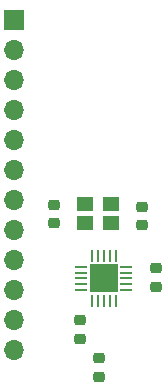
<source format=gbr>
%TF.GenerationSoftware,KiCad,Pcbnew,8.0.4*%
%TF.CreationDate,2024-10-29T17:12:26-05:00*%
%TF.ProjectId,smd_breadboard,736d645f-6272-4656-9164-626f6172642e,rev?*%
%TF.SameCoordinates,Original*%
%TF.FileFunction,Soldermask,Top*%
%TF.FilePolarity,Negative*%
%FSLAX46Y46*%
G04 Gerber Fmt 4.6, Leading zero omitted, Abs format (unit mm)*
G04 Created by KiCad (PCBNEW 8.0.4) date 2024-10-29 17:12:26*
%MOMM*%
%LPD*%
G01*
G04 APERTURE LIST*
G04 Aperture macros list*
%AMRoundRect*
0 Rectangle with rounded corners*
0 $1 Rounding radius*
0 $2 $3 $4 $5 $6 $7 $8 $9 X,Y pos of 4 corners*
0 Add a 4 corners polygon primitive as box body*
4,1,4,$2,$3,$4,$5,$6,$7,$8,$9,$2,$3,0*
0 Add four circle primitives for the rounded corners*
1,1,$1+$1,$2,$3*
1,1,$1+$1,$4,$5*
1,1,$1+$1,$6,$7*
1,1,$1+$1,$8,$9*
0 Add four rect primitives between the rounded corners*
20,1,$1+$1,$2,$3,$4,$5,0*
20,1,$1+$1,$4,$5,$6,$7,0*
20,1,$1+$1,$6,$7,$8,$9,0*
20,1,$1+$1,$8,$9,$2,$3,0*%
G04 Aperture macros list end*
%ADD10R,1.700000X1.700000*%
%ADD11O,1.700000X1.700000*%
%ADD12RoundRect,0.062500X0.425000X0.062500X-0.425000X0.062500X-0.425000X-0.062500X0.425000X-0.062500X0*%
%ADD13RoundRect,0.062500X0.062500X0.425000X-0.062500X0.425000X-0.062500X-0.425000X0.062500X-0.425000X0*%
%ADD14R,2.400000X2.400000*%
%ADD15R,1.400000X1.200000*%
%ADD16RoundRect,0.218750X-0.256250X0.218750X-0.256250X-0.218750X0.256250X-0.218750X0.256250X0.218750X0*%
%ADD17RoundRect,0.225000X-0.250000X0.225000X-0.250000X-0.225000X0.250000X-0.225000X0.250000X0.225000X0*%
%ADD18RoundRect,0.225000X0.250000X-0.225000X0.250000X0.225000X-0.250000X0.225000X-0.250000X-0.225000X0*%
G04 APERTURE END LIST*
D10*
%TO.C,J2*%
X154200000Y-38880000D03*
D11*
X154200000Y-41420000D03*
X154200000Y-43960000D03*
X154200000Y-46500000D03*
X154200000Y-49040000D03*
X154200000Y-51580000D03*
X154200000Y-54120000D03*
X154200000Y-56660000D03*
X154200000Y-59200000D03*
X154200000Y-61740000D03*
X154200000Y-64280000D03*
X154200000Y-66820000D03*
%TD*%
D12*
%TO.C,U2*%
X163687500Y-61800000D03*
X163687500Y-61300000D03*
X163687500Y-60800000D03*
X163687500Y-60300000D03*
X163687500Y-59800000D03*
D13*
X162800000Y-58912500D03*
X162300000Y-58912500D03*
X161800000Y-58912500D03*
X161300000Y-58912500D03*
X160800000Y-58912500D03*
D12*
X159912500Y-59800000D03*
X159912500Y-60300000D03*
X159912500Y-60800000D03*
X159912500Y-61300000D03*
X159912500Y-61800000D03*
D13*
X160800000Y-62687500D03*
X161300000Y-62687500D03*
X161800000Y-62687500D03*
X162300000Y-62687500D03*
X162800000Y-62687500D03*
D14*
X161800000Y-60800000D03*
%TD*%
D15*
%TO.C,Y1*%
X162400000Y-54512500D03*
X160200000Y-54512500D03*
X160200000Y-56112500D03*
X162400000Y-56112500D03*
%TD*%
D16*
%TO.C,R1*%
X161400000Y-67525000D03*
X161400000Y-69100000D03*
%TD*%
D17*
%TO.C,C8*%
X159800000Y-64337500D03*
X159800000Y-65887500D03*
%TD*%
D18*
%TO.C,C7*%
X157600000Y-56087500D03*
X157600000Y-54537500D03*
%TD*%
D17*
%TO.C,C6*%
X165000000Y-54737500D03*
X165000000Y-56287500D03*
%TD*%
%TO.C,C5*%
X166200000Y-59937500D03*
X166200000Y-61487500D03*
%TD*%
M02*

</source>
